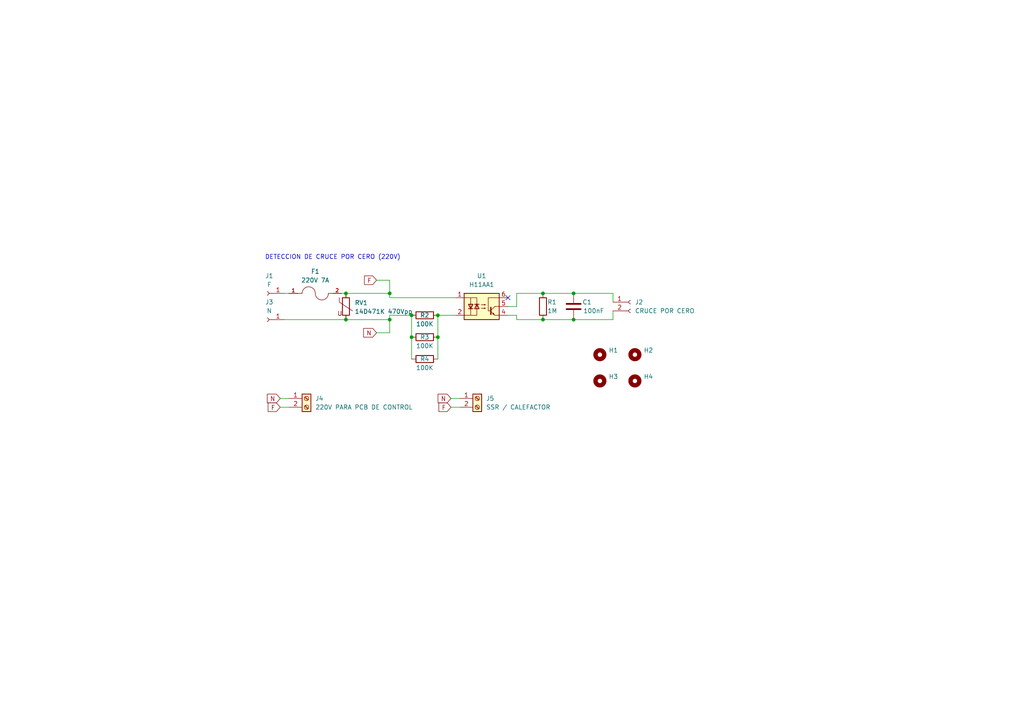
<source format=kicad_sch>
(kicad_sch
	(version 20250114)
	(generator "eeschema")
	(generator_version "9.0")
	(uuid "fb52b5cf-6b76-427d-ab4e-8ceaa29df2ae")
	(paper "A4")
	(lib_symbols
		(symbol "Connector:Conn_01x01_Socket"
			(pin_names
				(offset 1.016)
				(hide yes)
			)
			(exclude_from_sim no)
			(in_bom yes)
			(on_board yes)
			(property "Reference" "J"
				(at 0 2.54 0)
				(effects
					(font
						(size 1.27 1.27)
					)
				)
			)
			(property "Value" "Conn_01x01_Socket"
				(at 0 -2.54 0)
				(effects
					(font
						(size 1.27 1.27)
					)
				)
			)
			(property "Footprint" ""
				(at 0 0 0)
				(effects
					(font
						(size 1.27 1.27)
					)
					(hide yes)
				)
			)
			(property "Datasheet" "~"
				(at 0 0 0)
				(effects
					(font
						(size 1.27 1.27)
					)
					(hide yes)
				)
			)
			(property "Description" "Generic connector, single row, 01x01, script generated"
				(at 0 0 0)
				(effects
					(font
						(size 1.27 1.27)
					)
					(hide yes)
				)
			)
			(property "ki_locked" ""
				(at 0 0 0)
				(effects
					(font
						(size 1.27 1.27)
					)
				)
			)
			(property "ki_keywords" "connector"
				(at 0 0 0)
				(effects
					(font
						(size 1.27 1.27)
					)
					(hide yes)
				)
			)
			(property "ki_fp_filters" "Connector*:*_1x??_*"
				(at 0 0 0)
				(effects
					(font
						(size 1.27 1.27)
					)
					(hide yes)
				)
			)
			(symbol "Conn_01x01_Socket_1_1"
				(polyline
					(pts
						(xy -1.27 0) (xy -0.508 0)
					)
					(stroke
						(width 0.1524)
						(type default)
					)
					(fill
						(type none)
					)
				)
				(arc
					(start 0 -0.508)
					(mid -0.5058 0)
					(end 0 0.508)
					(stroke
						(width 0.1524)
						(type default)
					)
					(fill
						(type none)
					)
				)
				(pin passive line
					(at -5.08 0 0)
					(length 3.81)
					(name "Pin_1"
						(effects
							(font
								(size 1.27 1.27)
							)
						)
					)
					(number "1"
						(effects
							(font
								(size 1.27 1.27)
							)
						)
					)
				)
			)
			(embedded_fonts no)
		)
		(symbol "Connector:Conn_01x02_Socket"
			(pin_names
				(offset 1.016)
				(hide yes)
			)
			(exclude_from_sim no)
			(in_bom yes)
			(on_board yes)
			(property "Reference" "J"
				(at 0 2.54 0)
				(effects
					(font
						(size 1.27 1.27)
					)
				)
			)
			(property "Value" "Conn_01x02_Socket"
				(at 0 -5.08 0)
				(effects
					(font
						(size 1.27 1.27)
					)
				)
			)
			(property "Footprint" ""
				(at 0 0 0)
				(effects
					(font
						(size 1.27 1.27)
					)
					(hide yes)
				)
			)
			(property "Datasheet" "~"
				(at 0 0 0)
				(effects
					(font
						(size 1.27 1.27)
					)
					(hide yes)
				)
			)
			(property "Description" "Generic connector, single row, 01x02, script generated"
				(at 0 0 0)
				(effects
					(font
						(size 1.27 1.27)
					)
					(hide yes)
				)
			)
			(property "ki_locked" ""
				(at 0 0 0)
				(effects
					(font
						(size 1.27 1.27)
					)
				)
			)
			(property "ki_keywords" "connector"
				(at 0 0 0)
				(effects
					(font
						(size 1.27 1.27)
					)
					(hide yes)
				)
			)
			(property "ki_fp_filters" "Connector*:*_1x??_*"
				(at 0 0 0)
				(effects
					(font
						(size 1.27 1.27)
					)
					(hide yes)
				)
			)
			(symbol "Conn_01x02_Socket_1_1"
				(polyline
					(pts
						(xy -1.27 0) (xy -0.508 0)
					)
					(stroke
						(width 0.1524)
						(type default)
					)
					(fill
						(type none)
					)
				)
				(polyline
					(pts
						(xy -1.27 -2.54) (xy -0.508 -2.54)
					)
					(stroke
						(width 0.1524)
						(type default)
					)
					(fill
						(type none)
					)
				)
				(arc
					(start 0 -0.508)
					(mid -0.5058 0)
					(end 0 0.508)
					(stroke
						(width 0.1524)
						(type default)
					)
					(fill
						(type none)
					)
				)
				(arc
					(start 0 -3.048)
					(mid -0.5058 -2.54)
					(end 0 -2.032)
					(stroke
						(width 0.1524)
						(type default)
					)
					(fill
						(type none)
					)
				)
				(pin passive line
					(at -5.08 0 0)
					(length 3.81)
					(name "Pin_1"
						(effects
							(font
								(size 1.27 1.27)
							)
						)
					)
					(number "1"
						(effects
							(font
								(size 1.27 1.27)
							)
						)
					)
				)
				(pin passive line
					(at -5.08 -2.54 0)
					(length 3.81)
					(name "Pin_2"
						(effects
							(font
								(size 1.27 1.27)
							)
						)
					)
					(number "2"
						(effects
							(font
								(size 1.27 1.27)
							)
						)
					)
				)
			)
			(embedded_fonts no)
		)
		(symbol "Connector:Screw_Terminal_01x02"
			(pin_names
				(offset 1.016)
				(hide yes)
			)
			(exclude_from_sim no)
			(in_bom yes)
			(on_board yes)
			(property "Reference" "J"
				(at 0 2.54 0)
				(effects
					(font
						(size 1.27 1.27)
					)
				)
			)
			(property "Value" "Screw_Terminal_01x02"
				(at 0 -5.08 0)
				(effects
					(font
						(size 1.27 1.27)
					)
				)
			)
			(property "Footprint" ""
				(at 0 0 0)
				(effects
					(font
						(size 1.27 1.27)
					)
					(hide yes)
				)
			)
			(property "Datasheet" "~"
				(at 0 0 0)
				(effects
					(font
						(size 1.27 1.27)
					)
					(hide yes)
				)
			)
			(property "Description" "Generic screw terminal, single row, 01x02, script generated (kicad-library-utils/schlib/autogen/connector/)"
				(at 0 0 0)
				(effects
					(font
						(size 1.27 1.27)
					)
					(hide yes)
				)
			)
			(property "ki_keywords" "screw terminal"
				(at 0 0 0)
				(effects
					(font
						(size 1.27 1.27)
					)
					(hide yes)
				)
			)
			(property "ki_fp_filters" "TerminalBlock*:*"
				(at 0 0 0)
				(effects
					(font
						(size 1.27 1.27)
					)
					(hide yes)
				)
			)
			(symbol "Screw_Terminal_01x02_1_1"
				(rectangle
					(start -1.27 1.27)
					(end 1.27 -3.81)
					(stroke
						(width 0.254)
						(type default)
					)
					(fill
						(type background)
					)
				)
				(polyline
					(pts
						(xy -0.5334 0.3302) (xy 0.3302 -0.508)
					)
					(stroke
						(width 0.1524)
						(type default)
					)
					(fill
						(type none)
					)
				)
				(polyline
					(pts
						(xy -0.5334 -2.2098) (xy 0.3302 -3.048)
					)
					(stroke
						(width 0.1524)
						(type default)
					)
					(fill
						(type none)
					)
				)
				(polyline
					(pts
						(xy -0.3556 0.508) (xy 0.508 -0.3302)
					)
					(stroke
						(width 0.1524)
						(type default)
					)
					(fill
						(type none)
					)
				)
				(polyline
					(pts
						(xy -0.3556 -2.032) (xy 0.508 -2.8702)
					)
					(stroke
						(width 0.1524)
						(type default)
					)
					(fill
						(type none)
					)
				)
				(circle
					(center 0 0)
					(radius 0.635)
					(stroke
						(width 0.1524)
						(type default)
					)
					(fill
						(type none)
					)
				)
				(circle
					(center 0 -2.54)
					(radius 0.635)
					(stroke
						(width 0.1524)
						(type default)
					)
					(fill
						(type none)
					)
				)
				(pin passive line
					(at -5.08 0 0)
					(length 3.81)
					(name "Pin_1"
						(effects
							(font
								(size 1.27 1.27)
							)
						)
					)
					(number "1"
						(effects
							(font
								(size 1.27 1.27)
							)
						)
					)
				)
				(pin passive line
					(at -5.08 -2.54 0)
					(length 3.81)
					(name "Pin_2"
						(effects
							(font
								(size 1.27 1.27)
							)
						)
					)
					(number "2"
						(effects
							(font
								(size 1.27 1.27)
							)
						)
					)
				)
			)
			(embedded_fonts no)
		)
		(symbol "Device:C"
			(pin_numbers
				(hide yes)
			)
			(pin_names
				(offset 0.254)
			)
			(exclude_from_sim no)
			(in_bom yes)
			(on_board yes)
			(property "Reference" "C"
				(at 0.635 2.54 0)
				(effects
					(font
						(size 1.27 1.27)
					)
					(justify left)
				)
			)
			(property "Value" "C"
				(at 0.635 -2.54 0)
				(effects
					(font
						(size 1.27 1.27)
					)
					(justify left)
				)
			)
			(property "Footprint" ""
				(at 0.9652 -3.81 0)
				(effects
					(font
						(size 1.27 1.27)
					)
					(hide yes)
				)
			)
			(property "Datasheet" "~"
				(at 0 0 0)
				(effects
					(font
						(size 1.27 1.27)
					)
					(hide yes)
				)
			)
			(property "Description" "Unpolarized capacitor"
				(at 0 0 0)
				(effects
					(font
						(size 1.27 1.27)
					)
					(hide yes)
				)
			)
			(property "ki_keywords" "cap capacitor"
				(at 0 0 0)
				(effects
					(font
						(size 1.27 1.27)
					)
					(hide yes)
				)
			)
			(property "ki_fp_filters" "C_*"
				(at 0 0 0)
				(effects
					(font
						(size 1.27 1.27)
					)
					(hide yes)
				)
			)
			(symbol "C_0_1"
				(polyline
					(pts
						(xy -2.032 0.762) (xy 2.032 0.762)
					)
					(stroke
						(width 0.508)
						(type default)
					)
					(fill
						(type none)
					)
				)
				(polyline
					(pts
						(xy -2.032 -0.762) (xy 2.032 -0.762)
					)
					(stroke
						(width 0.508)
						(type default)
					)
					(fill
						(type none)
					)
				)
			)
			(symbol "C_1_1"
				(pin passive line
					(at 0 3.81 270)
					(length 2.794)
					(name "~"
						(effects
							(font
								(size 1.27 1.27)
							)
						)
					)
					(number "1"
						(effects
							(font
								(size 1.27 1.27)
							)
						)
					)
				)
				(pin passive line
					(at 0 -3.81 90)
					(length 2.794)
					(name "~"
						(effects
							(font
								(size 1.27 1.27)
							)
						)
					)
					(number "2"
						(effects
							(font
								(size 1.27 1.27)
							)
						)
					)
				)
			)
			(embedded_fonts no)
		)
		(symbol "Device:R"
			(pin_numbers
				(hide yes)
			)
			(pin_names
				(offset 0)
			)
			(exclude_from_sim no)
			(in_bom yes)
			(on_board yes)
			(property "Reference" "R"
				(at 2.032 0 90)
				(effects
					(font
						(size 1.27 1.27)
					)
				)
			)
			(property "Value" "R"
				(at 0 0 90)
				(effects
					(font
						(size 1.27 1.27)
					)
				)
			)
			(property "Footprint" ""
				(at -1.778 0 90)
				(effects
					(font
						(size 1.27 1.27)
					)
					(hide yes)
				)
			)
			(property "Datasheet" "~"
				(at 0 0 0)
				(effects
					(font
						(size 1.27 1.27)
					)
					(hide yes)
				)
			)
			(property "Description" "Resistor"
				(at 0 0 0)
				(effects
					(font
						(size 1.27 1.27)
					)
					(hide yes)
				)
			)
			(property "ki_keywords" "R res resistor"
				(at 0 0 0)
				(effects
					(font
						(size 1.27 1.27)
					)
					(hide yes)
				)
			)
			(property "ki_fp_filters" "R_*"
				(at 0 0 0)
				(effects
					(font
						(size 1.27 1.27)
					)
					(hide yes)
				)
			)
			(symbol "R_0_1"
				(rectangle
					(start -1.016 -2.54)
					(end 1.016 2.54)
					(stroke
						(width 0.254)
						(type default)
					)
					(fill
						(type none)
					)
				)
			)
			(symbol "R_1_1"
				(pin passive line
					(at 0 3.81 270)
					(length 1.27)
					(name "~"
						(effects
							(font
								(size 1.27 1.27)
							)
						)
					)
					(number "1"
						(effects
							(font
								(size 1.27 1.27)
							)
						)
					)
				)
				(pin passive line
					(at 0 -3.81 90)
					(length 1.27)
					(name "~"
						(effects
							(font
								(size 1.27 1.27)
							)
						)
					)
					(number "2"
						(effects
							(font
								(size 1.27 1.27)
							)
						)
					)
				)
			)
			(embedded_fonts no)
		)
		(symbol "Device:Varistor"
			(pin_numbers
				(hide yes)
			)
			(pin_names
				(offset 0)
			)
			(exclude_from_sim no)
			(in_bom yes)
			(on_board yes)
			(property "Reference" "RV"
				(at 3.175 0 90)
				(effects
					(font
						(size 1.27 1.27)
					)
				)
			)
			(property "Value" "Varistor"
				(at -3.175 0 90)
				(effects
					(font
						(size 1.27 1.27)
					)
				)
			)
			(property "Footprint" ""
				(at -1.778 0 90)
				(effects
					(font
						(size 1.27 1.27)
					)
					(hide yes)
				)
			)
			(property "Datasheet" "~"
				(at 0 0 0)
				(effects
					(font
						(size 1.27 1.27)
					)
					(hide yes)
				)
			)
			(property "Description" "Voltage dependent resistor"
				(at 0 0 0)
				(effects
					(font
						(size 1.27 1.27)
					)
					(hide yes)
				)
			)
			(property "Sim.Name" "kicad_builtin_varistor"
				(at 0 0 0)
				(effects
					(font
						(size 1.27 1.27)
					)
					(hide yes)
				)
			)
			(property "Sim.Device" "SUBCKT"
				(at 0 0 0)
				(effects
					(font
						(size 1.27 1.27)
					)
					(hide yes)
				)
			)
			(property "Sim.Pins" "1=A 2=B"
				(at 0 0 0)
				(effects
					(font
						(size 1.27 1.27)
					)
					(hide yes)
				)
			)
			(property "Sim.Params" "threshold=1k"
				(at 0 0 0)
				(effects
					(font
						(size 1.27 1.27)
					)
					(hide yes)
				)
			)
			(property "Sim.Library" "${KICAD9_SYMBOL_DIR}/Simulation_SPICE.sp"
				(at 0 0 0)
				(effects
					(font
						(size 1.27 1.27)
					)
					(hide yes)
				)
			)
			(property "ki_keywords" "VDR resistance"
				(at 0 0 0)
				(effects
					(font
						(size 1.27 1.27)
					)
					(hide yes)
				)
			)
			(property "ki_fp_filters" "RV_* Varistor*"
				(at 0 0 0)
				(effects
					(font
						(size 1.27 1.27)
					)
					(hide yes)
				)
			)
			(symbol "Varistor_0_0"
				(text "U"
					(at -1.778 -2.032 0)
					(effects
						(font
							(size 1.27 1.27)
						)
					)
				)
			)
			(symbol "Varistor_0_1"
				(polyline
					(pts
						(xy -1.905 2.54) (xy -1.905 1.27) (xy 1.905 -1.27)
					)
					(stroke
						(width 0)
						(type default)
					)
					(fill
						(type none)
					)
				)
				(rectangle
					(start -1.016 -2.54)
					(end 1.016 2.54)
					(stroke
						(width 0.254)
						(type default)
					)
					(fill
						(type none)
					)
				)
			)
			(symbol "Varistor_1_1"
				(pin passive line
					(at 0 3.81 270)
					(length 1.27)
					(name "~"
						(effects
							(font
								(size 1.27 1.27)
							)
						)
					)
					(number "1"
						(effects
							(font
								(size 1.27 1.27)
							)
						)
					)
				)
				(pin passive line
					(at 0 -3.81 90)
					(length 1.27)
					(name "~"
						(effects
							(font
								(size 1.27 1.27)
							)
						)
					)
					(number "2"
						(effects
							(font
								(size 1.27 1.27)
							)
						)
					)
				)
			)
			(embedded_fonts no)
		)
		(symbol "Isolator:H11AA1"
			(exclude_from_sim no)
			(in_bom yes)
			(on_board yes)
			(property "Reference" "U"
				(at -5.334 4.953 0)
				(effects
					(font
						(size 1.27 1.27)
					)
					(justify left)
				)
			)
			(property "Value" "H11AA1"
				(at 0.635 4.953 0)
				(effects
					(font
						(size 1.27 1.27)
					)
					(justify left)
				)
			)
			(property "Footprint" "Package_DIP:DIP-6_W7.62mm"
				(at -12.446 -4.953 0)
				(effects
					(font
						(size 1.27 1.27)
						(italic yes)
					)
					(justify left)
					(hide yes)
				)
			)
			(property "Datasheet" "https://www.vishay.com/docs/83608/h11aa1.pdf"
				(at 19.304 16.002 0)
				(effects
					(font
						(size 1.27 1.27)
					)
					(justify left)
					(hide yes)
				)
			)
			(property "Description" "AC/DC NPN Optocoupler, DIP-6"
				(at 0 0 0)
				(effects
					(font
						(size 1.27 1.27)
					)
					(hide yes)
				)
			)
			(property "ki_keywords" "NPN AC DC Optocoupler"
				(at 0 0 0)
				(effects
					(font
						(size 1.27 1.27)
					)
					(hide yes)
				)
			)
			(property "ki_fp_filters" "DIP*W7.62mm*"
				(at 0 0 0)
				(effects
					(font
						(size 1.27 1.27)
					)
					(hide yes)
				)
			)
			(symbol "H11AA1_0_1"
				(polyline
					(pts
						(xy -2.032 0.635) (xy -0.762 0.635)
					)
					(stroke
						(width 0.254)
						(type default)
					)
					(fill
						(type none)
					)
				)
				(polyline
					(pts
						(xy -1.397 2.54) (xy -3.175 2.54)
					)
					(stroke
						(width 0.1524)
						(type default)
					)
					(fill
						(type none)
					)
				)
				(polyline
					(pts
						(xy -1.397 0.635) (xy -1.397 2.54)
					)
					(stroke
						(width 0)
						(type default)
					)
					(fill
						(type none)
					)
				)
				(polyline
					(pts
						(xy -1.397 0.635) (xy -1.397 -0.635)
					)
					(stroke
						(width 0)
						(type default)
					)
					(fill
						(type none)
					)
				)
				(polyline
					(pts
						(xy -1.397 0.635) (xy -2.032 -0.635) (xy -0.762 -0.635) (xy -1.397 0.635)
					)
					(stroke
						(width 0.254)
						(type default)
					)
					(fill
						(type none)
					)
				)
				(polyline
					(pts
						(xy -1.397 -0.635) (xy -1.397 -2.54)
					)
					(stroke
						(width 0)
						(type default)
					)
					(fill
						(type none)
					)
				)
				(polyline
					(pts
						(xy -1.397 -2.54) (xy -3.175 -2.54)
					)
					(stroke
						(width 0.1524)
						(type default)
					)
					(fill
						(type none)
					)
				)
			)
			(symbol "H11AA1_1_1"
				(rectangle
					(start -5.08 3.81)
					(end 5.08 -3.81)
					(stroke
						(width 0.254)
						(type default)
					)
					(fill
						(type background)
					)
				)
				(polyline
					(pts
						(xy -5.08 -2.54) (xy -3.175 -2.54) (xy -3.175 2.54) (xy -5.08 2.54)
					)
					(stroke
						(width 0)
						(type default)
					)
					(fill
						(type none)
					)
				)
				(polyline
					(pts
						(xy -3.81 -0.635) (xy -2.54 -0.635)
					)
					(stroke
						(width 0.254)
						(type default)
					)
					(fill
						(type none)
					)
				)
				(polyline
					(pts
						(xy -3.175 -0.635) (xy -3.81 0.635) (xy -2.54 0.635) (xy -3.175 -0.635)
					)
					(stroke
						(width 0.254)
						(type default)
					)
					(fill
						(type none)
					)
				)
				(polyline
					(pts
						(xy -0.127 0.508) (xy 1.143 0.508) (xy 0.762 0.381) (xy 0.762 0.635) (xy 1.143 0.508)
					)
					(stroke
						(width 0)
						(type default)
					)
					(fill
						(type none)
					)
				)
				(polyline
					(pts
						(xy -0.127 -0.508) (xy 1.143 -0.508) (xy 0.762 -0.635) (xy 0.762 -0.381) (xy 1.143 -0.508)
					)
					(stroke
						(width 0)
						(type default)
					)
					(fill
						(type none)
					)
				)
				(polyline
					(pts
						(xy 2.667 -0.254) (xy 2.667 -2.286) (xy 2.667 -2.286)
					)
					(stroke
						(width 0.3556)
						(type default)
					)
					(fill
						(type none)
					)
				)
				(polyline
					(pts
						(xy 2.667 -1.143) (xy 3.81 0)
					)
					(stroke
						(width 0)
						(type default)
					)
					(fill
						(type none)
					)
				)
				(polyline
					(pts
						(xy 2.667 -1.397) (xy 3.81 -2.54)
					)
					(stroke
						(width 0)
						(type default)
					)
					(fill
						(type none)
					)
				)
				(polyline
					(pts
						(xy 3.683 -2.413) (xy 3.429 -1.905) (xy 3.175 -2.159) (xy 3.683 -2.413)
					)
					(stroke
						(width 0)
						(type default)
					)
					(fill
						(type none)
					)
				)
				(polyline
					(pts
						(xy 3.81 0) (xy 5.08 0)
					)
					(stroke
						(width 0)
						(type default)
					)
					(fill
						(type none)
					)
				)
				(polyline
					(pts
						(xy 3.81 -2.54) (xy 5.08 -2.54)
					)
					(stroke
						(width 0)
						(type default)
					)
					(fill
						(type none)
					)
				)
				(polyline
					(pts
						(xy 5.08 2.54) (xy 1.905 2.54) (xy 1.905 -1.27) (xy 2.54 -1.27)
					)
					(stroke
						(width 0)
						(type default)
					)
					(fill
						(type none)
					)
				)
				(pin passive line
					(at -7.62 2.54 0)
					(length 2.54)
					(name "~"
						(effects
							(font
								(size 1.27 1.27)
							)
						)
					)
					(number "1"
						(effects
							(font
								(size 1.27 1.27)
							)
						)
					)
				)
				(pin passive line
					(at -7.62 -2.54 0)
					(length 2.54)
					(name "~"
						(effects
							(font
								(size 1.27 1.27)
							)
						)
					)
					(number "2"
						(effects
							(font
								(size 1.27 1.27)
							)
						)
					)
				)
				(pin no_connect line
					(at -5.08 0 0)
					(length 2.54)
					(hide yes)
					(name "NC"
						(effects
							(font
								(size 1.27 1.27)
							)
						)
					)
					(number "3"
						(effects
							(font
								(size 1.27 1.27)
							)
						)
					)
				)
				(pin passive line
					(at 7.62 2.54 180)
					(length 2.54)
					(name "~"
						(effects
							(font
								(size 1.27 1.27)
							)
						)
					)
					(number "6"
						(effects
							(font
								(size 1.27 1.27)
							)
						)
					)
				)
				(pin passive line
					(at 7.62 0 180)
					(length 2.54)
					(name "~"
						(effects
							(font
								(size 1.27 1.27)
							)
						)
					)
					(number "5"
						(effects
							(font
								(size 1.27 1.27)
							)
						)
					)
				)
				(pin passive line
					(at 7.62 -2.54 180)
					(length 2.54)
					(name "~"
						(effects
							(font
								(size 1.27 1.27)
							)
						)
					)
					(number "4"
						(effects
							(font
								(size 1.27 1.27)
							)
						)
					)
				)
			)
			(embedded_fonts no)
		)
		(symbol "Mechanical:MountingHole"
			(pin_names
				(offset 1.016)
			)
			(exclude_from_sim no)
			(in_bom no)
			(on_board yes)
			(property "Reference" "H"
				(at 0 5.08 0)
				(effects
					(font
						(size 1.27 1.27)
					)
				)
			)
			(property "Value" "MountingHole"
				(at 0 3.175 0)
				(effects
					(font
						(size 1.27 1.27)
					)
				)
			)
			(property "Footprint" ""
				(at 0 0 0)
				(effects
					(font
						(size 1.27 1.27)
					)
					(hide yes)
				)
			)
			(property "Datasheet" "~"
				(at 0 0 0)
				(effects
					(font
						(size 1.27 1.27)
					)
					(hide yes)
				)
			)
			(property "Description" "Mounting Hole without connection"
				(at 0 0 0)
				(effects
					(font
						(size 1.27 1.27)
					)
					(hide yes)
				)
			)
			(property "ki_keywords" "mounting hole"
				(at 0 0 0)
				(effects
					(font
						(size 1.27 1.27)
					)
					(hide yes)
				)
			)
			(property "ki_fp_filters" "MountingHole*"
				(at 0 0 0)
				(effects
					(font
						(size 1.27 1.27)
					)
					(hide yes)
				)
			)
			(symbol "MountingHole_0_1"
				(circle
					(center 0 0)
					(radius 1.27)
					(stroke
						(width 1.27)
						(type default)
					)
					(fill
						(type none)
					)
				)
			)
			(embedded_fonts no)
		)
		(symbol "aspimaker_lib:FUSIBLE BLX-A"
			(pin_names
				(offset 1.016)
			)
			(exclude_from_sim no)
			(in_bom yes)
			(on_board yes)
			(property "Reference" "F"
				(at -5.0823 2.5412 0)
				(effects
					(font
						(size 1.27 1.27)
					)
					(justify left bottom)
				)
			)
			(property "Value" "FUSIBLE BLX-A"
				(at -5.0875 -5.0875 0)
				(effects
					(font
						(size 1.27 1.27)
					)
					(justify left bottom)
				)
			)
			(property "Footprint" "aspimaker_lib:FUSIBLE BLX-A"
				(at 0 0 0)
				(effects
					(font
						(size 1.27 1.27)
					)
					(justify bottom)
					(hide yes)
				)
			)
			(property "Datasheet" ""
				(at 0 0 0)
				(effects
					(font
						(size 1.27 1.27)
					)
					(hide yes)
				)
			)
			(property "Description" ""
				(at 0 0 0)
				(effects
					(font
						(size 1.27 1.27)
					)
					(hide yes)
				)
			)
			(property "MF" "Keystone"
				(at 0 0 0)
				(effects
					(font
						(size 1.27 1.27)
					)
					(justify bottom)
					(hide yes)
				)
			)
			(property "MAXIMUM_PACKAGE_HEIGHT" "10.8mm"
				(at 0 0 0)
				(effects
					(font
						(size 1.27 1.27)
					)
					(justify bottom)
					(hide yes)
				)
			)
			(property "Package" "None"
				(at 0 0 0)
				(effects
					(font
						(size 1.27 1.27)
					)
					(justify bottom)
					(hide yes)
				)
			)
			(property "Price" "None"
				(at 0 0 0)
				(effects
					(font
						(size 1.27 1.27)
					)
					(justify bottom)
					(hide yes)
				)
			)
			(property "Check_prices" "https://www.snapeda.com/parts/4527/Keystone/view-part/?ref=eda"
				(at 0 0 0)
				(effects
					(font
						(size 1.27 1.27)
					)
					(justify bottom)
					(hide yes)
				)
			)
			(property "STANDARD" "Manufacturer Recommendations"
				(at 0 0 0)
				(effects
					(font
						(size 1.27 1.27)
					)
					(justify bottom)
					(hide yes)
				)
			)
			(property "PARTREV" "B"
				(at 0 0 0)
				(effects
					(font
						(size 1.27 1.27)
					)
					(justify bottom)
					(hide yes)
				)
			)
			(property "SnapEDA_Link" "https://www.snapeda.com/parts/4527/Keystone/view-part/?ref=snap"
				(at 0 0 0)
				(effects
					(font
						(size 1.27 1.27)
					)
					(justify bottom)
					(hide yes)
				)
			)
			(property "MP" "4527"
				(at 0 0 0)
				(effects
					(font
						(size 1.27 1.27)
					)
					(justify bottom)
					(hide yes)
				)
			)
			(property "Description_1" "5mm Low Profile Holder"
				(at 0 0 0)
				(effects
					(font
						(size 1.27 1.27)
					)
					(justify bottom)
					(hide yes)
				)
			)
			(property "MANUFACTURER" "Keystone"
				(at 0 0 0)
				(effects
					(font
						(size 1.27 1.27)
					)
					(justify bottom)
					(hide yes)
				)
			)
			(property "Availability" "In Stock"
				(at 0 0 0)
				(effects
					(font
						(size 1.27 1.27)
					)
					(justify bottom)
					(hide yes)
				)
			)
			(property "SNAPEDA_PN" "4527"
				(at 0 0 0)
				(effects
					(font
						(size 1.27 1.27)
					)
					(justify bottom)
					(hide yes)
				)
			)
			(symbol "FUSIBLE BLX-A_0_0"
				(polyline
					(pts
						(xy -5.08 0) (xy -3.81 0)
					)
					(stroke
						(width 0.1524)
						(type default)
					)
					(fill
						(type none)
					)
				)
				(arc
					(start -3.81 0)
					(mid -1.905 1.8967)
					(end 0 0)
					(stroke
						(width 0.1524)
						(type default)
					)
					(fill
						(type none)
					)
				)
				(arc
					(start 3.81 0)
					(mid 1.905 -1.8967)
					(end 0 0)
					(stroke
						(width 0.1524)
						(type default)
					)
					(fill
						(type none)
					)
				)
				(polyline
					(pts
						(xy 5.08 0) (xy 3.81 0)
					)
					(stroke
						(width 0.1524)
						(type default)
					)
					(fill
						(type none)
					)
				)
				(pin passive line
					(at -7.62 0 0)
					(length 2.54)
					(name "~"
						(effects
							(font
								(size 1.016 1.016)
							)
						)
					)
					(number "1"
						(effects
							(font
								(size 1.016 1.016)
							)
						)
					)
				)
				(pin passive line
					(at 7.62 0 180)
					(length 2.54)
					(name "~"
						(effects
							(font
								(size 1.016 1.016)
							)
						)
					)
					(number "2"
						(effects
							(font
								(size 1.016 1.016)
							)
						)
					)
				)
			)
			(embedded_fonts no)
		)
	)
	(text "DETECCION DE CRUCE POR CERO (220V)\n"
		(exclude_from_sim no)
		(at 96.52 74.676 0)
		(effects
			(font
				(size 1.27 1.27)
			)
		)
		(uuid "77514881-5c9e-4ebc-8af8-3e7fd7242eab")
	)
	(junction
		(at 127 97.79)
		(diameter 0)
		(color 0 0 0 0)
		(uuid "1ae66107-cf6c-4baa-8e43-053ebe1a7d05")
	)
	(junction
		(at 166.37 85.09)
		(diameter 0)
		(color 0 0 0 0)
		(uuid "3c4cf212-2a86-4834-a9d8-62daf5945584")
	)
	(junction
		(at 119.38 91.44)
		(diameter 0)
		(color 0 0 0 0)
		(uuid "3c839ff2-42cf-47ef-b9a9-3eaa8d798cb8")
	)
	(junction
		(at 100.33 92.71)
		(diameter 0)
		(color 0 0 0 0)
		(uuid "53e4ad1f-ff5c-40f5-bec6-fab08dfe6714")
	)
	(junction
		(at 119.38 97.79)
		(diameter 0)
		(color 0 0 0 0)
		(uuid "56242e61-9c75-44f0-b4b6-e4b4eca0f2c4")
	)
	(junction
		(at 113.03 85.09)
		(diameter 0)
		(color 0 0 0 0)
		(uuid "5bfb675d-795d-4297-bf65-46c1d7bbbd5e")
	)
	(junction
		(at 127 91.44)
		(diameter 0)
		(color 0 0 0 0)
		(uuid "6d2a4d7a-363b-44c6-8659-e4eaa5923c6a")
	)
	(junction
		(at 157.48 85.09)
		(diameter 0)
		(color 0 0 0 0)
		(uuid "9d1032ac-2ead-421e-a979-7d4a65c23f7b")
	)
	(junction
		(at 157.48 92.71)
		(diameter 0)
		(color 0 0 0 0)
		(uuid "a19a5014-9f06-4d83-8f63-b36711a9a137")
	)
	(junction
		(at 113.03 92.71)
		(diameter 0)
		(color 0 0 0 0)
		(uuid "d9e3d33f-ac6c-4b69-a4ac-4a17a330ffa1")
	)
	(junction
		(at 100.33 85.09)
		(diameter 0)
		(color 0 0 0 0)
		(uuid "daa6eb26-e0fe-4a38-a44f-f89b4f9bed76")
	)
	(junction
		(at 166.37 92.71)
		(diameter 0)
		(color 0 0 0 0)
		(uuid "f6c6aeaa-fb95-439b-8088-1273cb4f4ba5")
	)
	(no_connect
		(at 147.32 86.36)
		(uuid "2a4bdede-ec35-4bcd-a563-87255fcd198a")
	)
	(wire
		(pts
			(xy 81.28 115.57) (xy 83.82 115.57)
		)
		(stroke
			(width 0)
			(type default)
		)
		(uuid "0a87d96b-dc41-492d-9506-de851fa736e2")
	)
	(wire
		(pts
			(xy 119.38 97.79) (xy 119.38 104.14)
		)
		(stroke
			(width 0)
			(type default)
		)
		(uuid "0e7e865c-2cea-4ca9-9a93-837d1d550133")
	)
	(wire
		(pts
			(xy 81.28 118.11) (xy 83.82 118.11)
		)
		(stroke
			(width 0)
			(type default)
		)
		(uuid "118e4efa-e822-47f8-9fbc-9bf6fab0b93e")
	)
	(wire
		(pts
			(xy 109.22 96.52) (xy 113.03 96.52)
		)
		(stroke
			(width 0)
			(type default)
		)
		(uuid "17a52c3f-db23-4627-82f9-c276e6c4ab94")
	)
	(wire
		(pts
			(xy 177.8 85.09) (xy 177.8 87.63)
		)
		(stroke
			(width 0)
			(type default)
		)
		(uuid "19182682-3339-499a-864f-bcd75e8ebf1f")
	)
	(wire
		(pts
			(xy 100.33 92.71) (xy 113.03 92.71)
		)
		(stroke
			(width 0)
			(type default)
		)
		(uuid "20f0b9db-62c5-4119-b261-3a5d78cb7415")
	)
	(wire
		(pts
			(xy 149.86 91.44) (xy 147.32 91.44)
		)
		(stroke
			(width 0)
			(type default)
		)
		(uuid "23b7906d-5f21-4981-8d64-52467903e0cc")
	)
	(wire
		(pts
			(xy 127 97.79) (xy 127 104.14)
		)
		(stroke
			(width 0)
			(type default)
		)
		(uuid "25a02988-5ab3-425d-8876-de40fe87a070")
	)
	(wire
		(pts
			(xy 82.55 92.71) (xy 100.33 92.71)
		)
		(stroke
			(width 0)
			(type default)
		)
		(uuid "2bb877a1-3cc8-4579-b48c-d10549167692")
	)
	(wire
		(pts
			(xy 149.86 91.44) (xy 149.86 92.71)
		)
		(stroke
			(width 0)
			(type default)
		)
		(uuid "3c496395-f987-40fa-9f7e-8da6b76273e4")
	)
	(wire
		(pts
			(xy 99.06 85.09) (xy 100.33 85.09)
		)
		(stroke
			(width 0)
			(type default)
		)
		(uuid "431887c0-b340-4337-8a3b-fdccb7012e01")
	)
	(wire
		(pts
			(xy 113.03 86.36) (xy 132.08 86.36)
		)
		(stroke
			(width 0)
			(type default)
		)
		(uuid "49e94e58-ff14-4002-971e-4d4e5b3c06c9")
	)
	(wire
		(pts
			(xy 82.55 85.09) (xy 83.82 85.09)
		)
		(stroke
			(width 0)
			(type default)
		)
		(uuid "4cd1fa53-a2a3-4f76-a91d-c456c525fd2a")
	)
	(wire
		(pts
			(xy 157.48 85.09) (xy 166.37 85.09)
		)
		(stroke
			(width 0)
			(type default)
		)
		(uuid "526c052e-e083-4a2d-9ebc-39c1989c980e")
	)
	(wire
		(pts
			(xy 130.81 115.57) (xy 133.35 115.57)
		)
		(stroke
			(width 0)
			(type default)
		)
		(uuid "52f38c54-8105-4a42-9a3c-e7e3e618eef9")
	)
	(wire
		(pts
			(xy 100.33 85.09) (xy 113.03 85.09)
		)
		(stroke
			(width 0)
			(type default)
		)
		(uuid "65a1ee68-daaa-4cd2-bd3f-7f19d689111a")
	)
	(wire
		(pts
			(xy 113.03 86.36) (xy 113.03 85.09)
		)
		(stroke
			(width 0)
			(type default)
		)
		(uuid "6f45d635-9f79-4654-9446-a13248c9b65b")
	)
	(wire
		(pts
			(xy 113.03 91.44) (xy 119.38 91.44)
		)
		(stroke
			(width 0)
			(type default)
		)
		(uuid "8135fc78-cc20-4375-8c0a-f9012066ba81")
	)
	(wire
		(pts
			(xy 149.86 88.9) (xy 149.86 85.09)
		)
		(stroke
			(width 0)
			(type default)
		)
		(uuid "8213c15d-94a7-4f43-a340-b3b58a73cccf")
	)
	(wire
		(pts
			(xy 149.86 92.71) (xy 157.48 92.71)
		)
		(stroke
			(width 0)
			(type default)
		)
		(uuid "83c0b057-f060-462f-95f0-7809a4b12804")
	)
	(wire
		(pts
			(xy 113.03 91.44) (xy 113.03 92.71)
		)
		(stroke
			(width 0)
			(type default)
		)
		(uuid "84e279db-9934-4da9-9760-b3dd3296fa06")
	)
	(wire
		(pts
			(xy 130.81 118.11) (xy 133.35 118.11)
		)
		(stroke
			(width 0)
			(type default)
		)
		(uuid "8529a056-74a4-484c-b321-6131311bed94")
	)
	(wire
		(pts
			(xy 127 91.44) (xy 132.08 91.44)
		)
		(stroke
			(width 0)
			(type default)
		)
		(uuid "85b4b204-abdb-47bf-af14-f8c8e2285bb0")
	)
	(wire
		(pts
			(xy 166.37 92.71) (xy 177.8 92.71)
		)
		(stroke
			(width 0)
			(type default)
		)
		(uuid "87dd242a-4814-494b-a6c1-30d79fdc382d")
	)
	(wire
		(pts
			(xy 147.32 88.9) (xy 149.86 88.9)
		)
		(stroke
			(width 0)
			(type default)
		)
		(uuid "93da8f64-c093-4118-8449-a155d3320641")
	)
	(wire
		(pts
			(xy 109.22 81.28) (xy 113.03 81.28)
		)
		(stroke
			(width 0)
			(type default)
		)
		(uuid "97dd0c7f-b82f-4266-b8ef-cea6c752b901")
	)
	(wire
		(pts
			(xy 119.38 91.44) (xy 119.38 97.79)
		)
		(stroke
			(width 0)
			(type default)
		)
		(uuid "a283a5b9-38ad-4a85-ab6a-c31a355b65d6")
	)
	(wire
		(pts
			(xy 177.8 90.17) (xy 177.8 92.71)
		)
		(stroke
			(width 0)
			(type default)
		)
		(uuid "a5115c20-e1ef-4752-bdf7-4cfae6404d66")
	)
	(wire
		(pts
			(xy 127 91.44) (xy 127 97.79)
		)
		(stroke
			(width 0)
			(type default)
		)
		(uuid "a884db7d-f90b-4322-a847-14655e7251d5")
	)
	(wire
		(pts
			(xy 113.03 81.28) (xy 113.03 85.09)
		)
		(stroke
			(width 0)
			(type default)
		)
		(uuid "c8d23def-58bc-4ca1-8b0f-e7d1f335c79d")
	)
	(wire
		(pts
			(xy 113.03 96.52) (xy 113.03 92.71)
		)
		(stroke
			(width 0)
			(type default)
		)
		(uuid "ca4dbc76-289a-46a5-ad6d-e6c9b4d50bc3")
	)
	(wire
		(pts
			(xy 149.86 85.09) (xy 157.48 85.09)
		)
		(stroke
			(width 0)
			(type default)
		)
		(uuid "e818494f-293f-4eaa-9595-5b76b03fa5a3")
	)
	(wire
		(pts
			(xy 157.48 92.71) (xy 166.37 92.71)
		)
		(stroke
			(width 0)
			(type default)
		)
		(uuid "edc779c8-7cf0-4827-8033-3811ec4c2d8a")
	)
	(wire
		(pts
			(xy 166.37 85.09) (xy 177.8 85.09)
		)
		(stroke
			(width 0)
			(type default)
		)
		(uuid "efe137ba-35c4-4672-9afb-55b54e27a657")
	)
	(global_label "F"
		(shape input)
		(at 130.81 118.11 180)
		(fields_autoplaced yes)
		(effects
			(font
				(size 1.27 1.27)
			)
			(justify right)
		)
		(uuid "0b9bfcdd-8d0f-48c0-9bce-6d0eca843cd5")
		(property "Intersheetrefs" "${INTERSHEET_REFS}"
			(at 126.7362 118.11 0)
			(effects
				(font
					(size 1.27 1.27)
				)
				(justify right)
				(hide yes)
			)
		)
	)
	(global_label "N"
		(shape input)
		(at 109.22 96.52 180)
		(fields_autoplaced yes)
		(effects
			(font
				(size 1.27 1.27)
			)
			(justify right)
		)
		(uuid "3476c861-a80a-4f5d-90f1-21677dc8b2a8")
		(property "Intersheetrefs" "${INTERSHEET_REFS}"
			(at 104.9043 96.52 0)
			(effects
				(font
					(size 1.27 1.27)
				)
				(justify right)
				(hide yes)
			)
		)
	)
	(global_label "N"
		(shape input)
		(at 130.81 115.57 180)
		(fields_autoplaced yes)
		(effects
			(font
				(size 1.27 1.27)
			)
			(justify right)
		)
		(uuid "5af19690-4913-4b81-85b8-5ac2f55a69eb")
		(property "Intersheetrefs" "${INTERSHEET_REFS}"
			(at 126.4943 115.57 0)
			(effects
				(font
					(size 1.27 1.27)
				)
				(justify right)
				(hide yes)
			)
		)
	)
	(global_label "N"
		(shape input)
		(at 81.28 115.57 180)
		(fields_autoplaced yes)
		(effects
			(font
				(size 1.27 1.27)
			)
			(justify right)
		)
		(uuid "5bd3216b-510e-4b6c-bd76-d9d61c3a324e")
		(property "Intersheetrefs" "${INTERSHEET_REFS}"
			(at 76.9643 115.57 0)
			(effects
				(font
					(size 1.27 1.27)
				)
				(justify right)
				(hide yes)
			)
		)
	)
	(global_label "F"
		(shape input)
		(at 81.28 118.11 180)
		(fields_autoplaced yes)
		(effects
			(font
				(size 1.27 1.27)
			)
			(justify right)
		)
		(uuid "9c9aea39-4b26-456d-8685-ae6aab53c73c")
		(property "Intersheetrefs" "${INTERSHEET_REFS}"
			(at 77.2062 118.11 0)
			(effects
				(font
					(size 1.27 1.27)
				)
				(justify right)
				(hide yes)
			)
		)
	)
	(global_label "F"
		(shape input)
		(at 109.22 81.28 180)
		(fields_autoplaced yes)
		(effects
			(font
				(size 1.27 1.27)
			)
			(justify right)
		)
		(uuid "ba855867-8ff3-48af-a7fe-79a409cc0836")
		(property "Intersheetrefs" "${INTERSHEET_REFS}"
			(at 105.1462 81.28 0)
			(effects
				(font
					(size 1.27 1.27)
				)
				(justify right)
				(hide yes)
			)
		)
	)
	(symbol
		(lib_id "aspimaker_lib:FUSIBLE BLX-A")
		(at 91.44 85.09 0)
		(unit 1)
		(exclude_from_sim no)
		(in_bom yes)
		(on_board yes)
		(dnp no)
		(fields_autoplaced yes)
		(uuid "2e10c50a-cf58-4292-9500-fb7d93ba6b2f")
		(property "Reference" "F1"
			(at 91.44 78.74 0)
			(effects
				(font
					(size 1.27 1.27)
				)
			)
		)
		(property "Value" "220V 7A"
			(at 91.44 81.28 0)
			(effects
				(font
					(size 1.27 1.27)
				)
			)
		)
		(property "Footprint" "aspimaker_lib:FUSIBLE BLX-A"
			(at 91.44 85.09 0)
			(effects
				(font
					(size 1.27 1.27)
				)
				(justify bottom)
				(hide yes)
			)
		)
		(property "Datasheet" ""
			(at 91.44 85.09 0)
			(effects
				(font
					(size 1.27 1.27)
				)
				(hide yes)
			)
		)
		(property "Description" ""
			(at 91.44 85.09 0)
			(effects
				(font
					(size 1.27 1.27)
				)
				(hide yes)
			)
		)
		(property "MF" "Keystone"
			(at 91.44 85.09 0)
			(effects
				(font
					(size 1.27 1.27)
				)
				(justify bottom)
				(hide yes)
			)
		)
		(property "MAXIMUM_PACKAGE_HEIGHT" "10.8mm"
			(at 91.44 85.09 0)
			(effects
				(font
					(size 1.27 1.27)
				)
				(justify bottom)
				(hide yes)
			)
		)
		(property "Package" "None"
			(at 91.44 85.09 0)
			(effects
				(font
					(size 1.27 1.27)
				)
				(justify bottom)
				(hide yes)
			)
		)
		(property "Price" "None"
			(at 91.44 85.09 0)
			(effects
				(font
					(size 1.27 1.27)
				)
				(justify bottom)
				(hide yes)
			)
		)
		(property "Check_prices" "https://www.snapeda.com/parts/4527/Keystone/view-part/?ref=eda"
			(at 91.44 85.09 0)
			(effects
				(font
					(size 1.27 1.27)
				)
				(justify bottom)
				(hide yes)
			)
		)
		(property "STANDARD" "Manufacturer Recommendations"
			(at 91.44 85.09 0)
			(effects
				(font
					(size 1.27 1.27)
				)
				(justify bottom)
				(hide yes)
			)
		)
		(property "PARTREV" "B"
			(at 91.44 85.09 0)
			(effects
				(font
					(size 1.27 1.27)
				)
				(justify bottom)
				(hide yes)
			)
		)
		(property "SnapEDA_Link" "https://www.snapeda.com/parts/4527/Keystone/view-part/?ref=snap"
			(at 91.44 85.09 0)
			(effects
				(font
					(size 1.27 1.27)
				)
				(justify bottom)
				(hide yes)
			)
		)
		(property "MP" "4527"
			(at 91.44 85.09 0)
			(effects
				(font
					(size 1.27 1.27)
				)
				(justify bottom)
				(hide yes)
			)
		)
		(property "Description_1" "5mm Low Profile Holder"
			(at 91.44 85.09 0)
			(effects
				(font
					(size 1.27 1.27)
				)
				(justify bottom)
				(hide yes)
			)
		)
		(property "MANUFACTURER" "Keystone"
			(at 91.44 85.09 0)
			(effects
				(font
					(size 1.27 1.27)
				)
				(justify bottom)
				(hide yes)
			)
		)
		(property "Availability" "In Stock"
			(at 91.44 85.09 0)
			(effects
				(font
					(size 1.27 1.27)
				)
				(justify bottom)
				(hide yes)
			)
		)
		(property "SNAPEDA_PN" "4527"
			(at 91.44 85.09 0)
			(effects
				(font
					(size 1.27 1.27)
				)
				(justify bottom)
				(hide yes)
			)
		)
		(pin "1"
			(uuid "7d20900a-6d11-41cc-8670-d2cae804137b")
		)
		(pin "2"
			(uuid "82f76963-1032-458e-97a4-9f6dbe5bb9cc")
		)
		(instances
			(project ""
				(path "/fb52b5cf-6b76-427d-ab4e-8ceaa29df2ae"
					(reference "F1")
					(unit 1)
				)
			)
		)
	)
	(symbol
		(lib_id "Device:R")
		(at 157.48 88.9 180)
		(unit 1)
		(exclude_from_sim no)
		(in_bom yes)
		(on_board yes)
		(dnp no)
		(uuid "5d1e6dee-27a6-4553-8314-68d4ea9e5027")
		(property "Reference" "R1"
			(at 158.75 87.63 0)
			(effects
				(font
					(size 1.27 1.27)
				)
				(justify right)
			)
		)
		(property "Value" "1M"
			(at 158.75 90.17 0)
			(effects
				(font
					(size 1.27 1.27)
				)
				(justify right)
			)
		)
		(property "Footprint" "Resistor_THT:R_Axial_DIN0204_L3.6mm_D1.6mm_P5.08mm_Horizontal"
			(at 159.258 88.9 90)
			(effects
				(font
					(size 1.27 1.27)
				)
				(hide yes)
			)
		)
		(property "Datasheet" "~"
			(at 157.48 88.9 0)
			(effects
				(font
					(size 1.27 1.27)
				)
				(hide yes)
			)
		)
		(property "Description" "Resistor"
			(at 157.48 88.9 0)
			(effects
				(font
					(size 1.27 1.27)
				)
				(hide yes)
			)
		)
		(pin "2"
			(uuid "a3e2433d-05e6-4a88-9a64-eb2513509485")
		)
		(pin "1"
			(uuid "ee6717bf-b7d6-40cf-b3a8-83d489a0ebb6")
		)
		(instances
			(project "ESTACION SMD"
				(path "/fb52b5cf-6b76-427d-ab4e-8ceaa29df2ae"
					(reference "R1")
					(unit 1)
				)
			)
		)
	)
	(symbol
		(lib_id "Mechanical:MountingHole")
		(at 184.15 110.49 0)
		(unit 1)
		(exclude_from_sim no)
		(in_bom no)
		(on_board yes)
		(dnp no)
		(fields_autoplaced yes)
		(uuid "6cf5320e-b1af-4da0-a26c-56c36708c3f6")
		(property "Reference" "H4"
			(at 186.69 109.2199 0)
			(effects
				(font
					(size 1.27 1.27)
				)
				(justify left)
			)
		)
		(property "Value" "MountingHole"
			(at 186.69 111.7599 0)
			(effects
				(font
					(size 1.27 1.27)
				)
				(justify left)
				(hide yes)
			)
		)
		(property "Footprint" "MountingHole:MountingHole_3.2mm_M3"
			(at 184.15 110.49 0)
			(effects
				(font
					(size 1.27 1.27)
				)
				(hide yes)
			)
		)
		(property "Datasheet" "~"
			(at 184.15 110.49 0)
			(effects
				(font
					(size 1.27 1.27)
				)
				(hide yes)
			)
		)
		(property "Description" "Mounting Hole without connection"
			(at 184.15 110.49 0)
			(effects
				(font
					(size 1.27 1.27)
				)
				(hide yes)
			)
		)
		(instances
			(project "ESTACION SMD"
				(path "/fb52b5cf-6b76-427d-ab4e-8ceaa29df2ae"
					(reference "H4")
					(unit 1)
				)
			)
		)
	)
	(symbol
		(lib_id "Device:Varistor")
		(at 100.33 88.9 0)
		(unit 1)
		(exclude_from_sim no)
		(in_bom yes)
		(on_board yes)
		(dnp no)
		(fields_autoplaced yes)
		(uuid "7ffd597e-d80b-44fa-a3ce-19ac42b9d15b")
		(property "Reference" "RV1"
			(at 102.87 87.8232 0)
			(effects
				(font
					(size 1.27 1.27)
				)
				(justify left)
			)
		)
		(property "Value" "14D471K 470Vpp"
			(at 102.87 90.3632 0)
			(effects
				(font
					(size 1.27 1.27)
				)
				(justify left)
			)
		)
		(property "Footprint" "Varistor:RV_Disc_D15.5mm_W7.5mm_P7.5mm"
			(at 98.552 88.9 90)
			(effects
				(font
					(size 1.27 1.27)
				)
				(hide yes)
			)
		)
		(property "Datasheet" "~"
			(at 100.33 88.9 0)
			(effects
				(font
					(size 1.27 1.27)
				)
				(hide yes)
			)
		)
		(property "Description" "Voltage dependent resistor"
			(at 100.33 88.9 0)
			(effects
				(font
					(size 1.27 1.27)
				)
				(hide yes)
			)
		)
		(property "Sim.Name" "kicad_builtin_varistor"
			(at 100.33 88.9 0)
			(effects
				(font
					(size 1.27 1.27)
				)
				(hide yes)
			)
		)
		(property "Sim.Device" "SUBCKT"
			(at 100.33 88.9 0)
			(effects
				(font
					(size 1.27 1.27)
				)
				(hide yes)
			)
		)
		(property "Sim.Pins" "1=A 2=B"
			(at 100.33 88.9 0)
			(effects
				(font
					(size 1.27 1.27)
				)
				(hide yes)
			)
		)
		(property "Sim.Params" "threshold=1k"
			(at 100.33 88.9 0)
			(effects
				(font
					(size 1.27 1.27)
				)
				(hide yes)
			)
		)
		(property "Sim.Library" "${KICAD9_SYMBOL_DIR}/Simulation_SPICE.sp"
			(at 100.33 88.9 0)
			(effects
				(font
					(size 1.27 1.27)
				)
				(hide yes)
			)
		)
		(pin "1"
			(uuid "412810b2-9ee6-404b-a731-8588a902b2a3")
		)
		(pin "2"
			(uuid "107c74c6-b65c-4806-a87d-873445a96961")
		)
		(instances
			(project ""
				(path "/fb52b5cf-6b76-427d-ab4e-8ceaa29df2ae"
					(reference "RV1")
					(unit 1)
				)
			)
		)
	)
	(symbol
		(lib_id "Device:C")
		(at 166.37 88.9 0)
		(unit 1)
		(exclude_from_sim no)
		(in_bom yes)
		(on_board yes)
		(dnp no)
		(uuid "9a86e48b-499f-4188-982a-e946dcba8d66")
		(property "Reference" "C1"
			(at 168.91 87.63 0)
			(effects
				(font
					(size 1.27 1.27)
				)
				(justify left)
			)
		)
		(property "Value" "100nF"
			(at 169.164 90.17 0)
			(effects
				(font
					(size 1.27 1.27)
				)
				(justify left)
			)
		)
		(property "Footprint" "Capacitor_THT:C_Disc_D3.0mm_W2.0mm_P2.50mm"
			(at 167.3352 92.71 0)
			(effects
				(font
					(size 1.27 1.27)
				)
				(hide yes)
			)
		)
		(property "Datasheet" "~"
			(at 166.37 88.9 0)
			(effects
				(font
					(size 1.27 1.27)
				)
				(hide yes)
			)
		)
		(property "Description" "Unpolarized capacitor"
			(at 166.37 88.9 0)
			(effects
				(font
					(size 1.27 1.27)
				)
				(hide yes)
			)
		)
		(pin "2"
			(uuid "34a4c76e-6198-488f-b8a9-9242fd047e64")
		)
		(pin "1"
			(uuid "1e765e7b-afe2-4dd2-9715-6394fdf57f3c")
		)
		(instances
			(project "ESTACION SMD"
				(path "/fb52b5cf-6b76-427d-ab4e-8ceaa29df2ae"
					(reference "C1")
					(unit 1)
				)
			)
		)
	)
	(symbol
		(lib_id "Connector:Conn_01x02_Socket")
		(at 182.88 87.63 0)
		(unit 1)
		(exclude_from_sim no)
		(in_bom yes)
		(on_board yes)
		(dnp no)
		(fields_autoplaced yes)
		(uuid "9ebbd549-27ed-49ba-993b-7e2f4a8e176b")
		(property "Reference" "J2"
			(at 184.15 87.6299 0)
			(effects
				(font
					(size 1.27 1.27)
				)
				(justify left)
			)
		)
		(property "Value" "CRUCE POR CERO"
			(at 184.15 90.1699 0)
			(effects
				(font
					(size 1.27 1.27)
				)
				(justify left)
			)
		)
		(property "Footprint" "Connector_PinHeader_2.54mm:PinHeader_1x02_P2.54mm_Vertical"
			(at 182.88 87.63 0)
			(effects
				(font
					(size 1.27 1.27)
				)
				(hide yes)
			)
		)
		(property "Datasheet" "~"
			(at 182.88 87.63 0)
			(effects
				(font
					(size 1.27 1.27)
				)
				(hide yes)
			)
		)
		(property "Description" "Generic connector, single row, 01x02, script generated"
			(at 182.88 87.63 0)
			(effects
				(font
					(size 1.27 1.27)
				)
				(hide yes)
			)
		)
		(pin "1"
			(uuid "9ac57f37-24d6-4520-9eba-2be819e8f19d")
		)
		(pin "2"
			(uuid "8c3f2e45-0ee3-42f1-9341-59777a839927")
		)
		(instances
			(project "ESTACION SMD"
				(path "/fb52b5cf-6b76-427d-ab4e-8ceaa29df2ae"
					(reference "J2")
					(unit 1)
				)
			)
		)
	)
	(symbol
		(lib_id "Device:R")
		(at 123.19 104.14 90)
		(unit 1)
		(exclude_from_sim no)
		(in_bom yes)
		(on_board yes)
		(dnp no)
		(uuid "a7d76f2d-1604-474f-a698-2cea2aa98d68")
		(property "Reference" "R4"
			(at 123.19 104.14 90)
			(effects
				(font
					(size 1.27 1.27)
				)
			)
		)
		(property "Value" "100K"
			(at 123.19 106.68 90)
			(effects
				(font
					(size 1.27 1.27)
				)
			)
		)
		(property "Footprint" "Resistor_THT:R_Axial_DIN0411_L9.9mm_D3.6mm_P5.08mm_Vertical"
			(at 123.19 105.918 90)
			(effects
				(font
					(size 1.27 1.27)
				)
				(hide yes)
			)
		)
		(property "Datasheet" "~"
			(at 123.19 104.14 0)
			(effects
				(font
					(size 1.27 1.27)
				)
				(hide yes)
			)
		)
		(property "Description" "Resistor"
			(at 123.19 104.14 0)
			(effects
				(font
					(size 1.27 1.27)
				)
				(hide yes)
			)
		)
		(pin "2"
			(uuid "e4825110-084d-456d-9ee6-c4c29ae5c516")
		)
		(pin "1"
			(uuid "109a5ba2-9ae8-45a6-80e8-6b2db03d3631")
		)
		(instances
			(project "ESTACION SMD"
				(path "/fb52b5cf-6b76-427d-ab4e-8ceaa29df2ae"
					(reference "R4")
					(unit 1)
				)
			)
		)
	)
	(symbol
		(lib_id "Connector:Conn_01x01_Socket")
		(at 77.47 92.71 180)
		(unit 1)
		(exclude_from_sim no)
		(in_bom yes)
		(on_board yes)
		(dnp no)
		(fields_autoplaced yes)
		(uuid "a83a48ab-17c2-467c-859b-2f777b4f2a15")
		(property "Reference" "J3"
			(at 78.105 87.63 0)
			(effects
				(font
					(size 1.27 1.27)
				)
			)
		)
		(property "Value" "N"
			(at 78.105 90.17 0)
			(effects
				(font
					(size 1.27 1.27)
				)
			)
		)
		(property "Footprint" "Connector_PinSocket_2.54mm:PinSocket_1x01_P2.54mm_Vertical"
			(at 77.47 92.71 0)
			(effects
				(font
					(size 1.27 1.27)
				)
				(hide yes)
			)
		)
		(property "Datasheet" "~"
			(at 77.47 92.71 0)
			(effects
				(font
					(size 1.27 1.27)
				)
				(hide yes)
			)
		)
		(property "Description" "Generic connector, single row, 01x01, script generated"
			(at 77.47 92.71 0)
			(effects
				(font
					(size 1.27 1.27)
				)
				(hide yes)
			)
		)
		(pin "1"
			(uuid "4dd3374e-bd04-4695-bad1-6f64a4ad5131")
		)
		(instances
			(project "ESTACION SMD"
				(path "/fb52b5cf-6b76-427d-ab4e-8ceaa29df2ae"
					(reference "J3")
					(unit 1)
				)
			)
		)
	)
	(symbol
		(lib_id "Mechanical:MountingHole")
		(at 173.99 110.49 0)
		(unit 1)
		(exclude_from_sim no)
		(in_bom no)
		(on_board yes)
		(dnp no)
		(fields_autoplaced yes)
		(uuid "b465c771-f2bc-4c96-b7f4-64b22ab8efdf")
		(property "Reference" "H3"
			(at 176.53 109.2199 0)
			(effects
				(font
					(size 1.27 1.27)
				)
				(justify left)
			)
		)
		(property "Value" "MountingHole"
			(at 176.53 111.7599 0)
			(effects
				(font
					(size 1.27 1.27)
				)
				(justify left)
				(hide yes)
			)
		)
		(property "Footprint" "MountingHole:MountingHole_3.2mm_M3"
			(at 173.99 110.49 0)
			(effects
				(font
					(size 1.27 1.27)
				)
				(hide yes)
			)
		)
		(property "Datasheet" "~"
			(at 173.99 110.49 0)
			(effects
				(font
					(size 1.27 1.27)
				)
				(hide yes)
			)
		)
		(property "Description" "Mounting Hole without connection"
			(at 173.99 110.49 0)
			(effects
				(font
					(size 1.27 1.27)
				)
				(hide yes)
			)
		)
		(instances
			(project "ESTACION SMD"
				(path "/fb52b5cf-6b76-427d-ab4e-8ceaa29df2ae"
					(reference "H3")
					(unit 1)
				)
			)
		)
	)
	(symbol
		(lib_id "Connector:Screw_Terminal_01x02")
		(at 138.43 115.57 0)
		(unit 1)
		(exclude_from_sim no)
		(in_bom yes)
		(on_board yes)
		(dnp no)
		(fields_autoplaced yes)
		(uuid "b594c776-725b-44c5-81a8-78a2ab74ec0e")
		(property "Reference" "J5"
			(at 140.97 115.5699 0)
			(effects
				(font
					(size 1.27 1.27)
				)
				(justify left)
			)
		)
		(property "Value" "SSR / CALEFACTOR"
			(at 140.97 118.1099 0)
			(effects
				(font
					(size 1.27 1.27)
				)
				(justify left)
			)
		)
		(property "Footprint" "TerminalBlock_Phoenix:TerminalBlock_Phoenix_MPT-0,5-2-2.54_1x02_P2.54mm_Horizontal"
			(at 138.43 115.57 0)
			(effects
				(font
					(size 1.27 1.27)
				)
				(hide yes)
			)
		)
		(property "Datasheet" "~"
			(at 138.43 115.57 0)
			(effects
				(font
					(size 1.27 1.27)
				)
				(hide yes)
			)
		)
		(property "Description" "Generic screw terminal, single row, 01x02, script generated (kicad-library-utils/schlib/autogen/connector/)"
			(at 138.43 115.57 0)
			(effects
				(font
					(size 1.27 1.27)
				)
				(hide yes)
			)
		)
		(pin "1"
			(uuid "0a5a1c81-9d5d-4eb9-9248-919eba777c43")
		)
		(pin "2"
			(uuid "1add2322-d3e9-42ee-9d0a-71f175d646d6")
		)
		(instances
			(project "ESTACION SMD"
				(path "/fb52b5cf-6b76-427d-ab4e-8ceaa29df2ae"
					(reference "J5")
					(unit 1)
				)
			)
		)
	)
	(symbol
		(lib_id "Device:R")
		(at 123.19 97.79 90)
		(unit 1)
		(exclude_from_sim no)
		(in_bom yes)
		(on_board yes)
		(dnp no)
		(uuid "bab83ed3-2709-42f5-88e5-710f4231dffb")
		(property "Reference" "R3"
			(at 123.19 97.79 90)
			(effects
				(font
					(size 1.27 1.27)
				)
			)
		)
		(property "Value" "100K"
			(at 123.19 100.33 90)
			(effects
				(font
					(size 1.27 1.27)
				)
			)
		)
		(property "Footprint" "Resistor_THT:R_Axial_DIN0411_L9.9mm_D3.6mm_P5.08mm_Vertical"
			(at 123.19 99.568 90)
			(effects
				(font
					(size 1.27 1.27)
				)
				(hide yes)
			)
		)
		(property "Datasheet" "~"
			(at 123.19 97.79 0)
			(effects
				(font
					(size 1.27 1.27)
				)
				(hide yes)
			)
		)
		(property "Description" "Resistor"
			(at 123.19 97.79 0)
			(effects
				(font
					(size 1.27 1.27)
				)
				(hide yes)
			)
		)
		(pin "2"
			(uuid "e4825110-084d-456d-9ee6-c4c29ae5c517")
		)
		(pin "1"
			(uuid "109a5ba2-9ae8-45a6-80e8-6b2db03d3632")
		)
		(instances
			(project "ESTACION SMD"
				(path "/fb52b5cf-6b76-427d-ab4e-8ceaa29df2ae"
					(reference "R3")
					(unit 1)
				)
			)
		)
	)
	(symbol
		(lib_id "Connector:Screw_Terminal_01x02")
		(at 88.9 115.57 0)
		(unit 1)
		(exclude_from_sim no)
		(in_bom yes)
		(on_board yes)
		(dnp no)
		(uuid "c4497f10-bbb4-439c-96dd-74e138c950eb")
		(property "Reference" "J4"
			(at 91.44 115.5699 0)
			(effects
				(font
					(size 1.27 1.27)
				)
				(justify left)
			)
		)
		(property "Value" "220V PARA PCB DE CONTROL"
			(at 91.44 118.1099 0)
			(effects
				(font
					(size 1.27 1.27)
				)
				(justify left)
			)
		)
		(property "Footprint" "TerminalBlock_Phoenix:TerminalBlock_Phoenix_MPT-0,5-2-2.54_1x02_P2.54mm_Horizontal"
			(at 77.978 122.936 0)
			(effects
				(font
					(size 1.27 1.27)
				)
				(hide yes)
			)
		)
		(property "Datasheet" "~"
			(at 88.9 115.57 0)
			(effects
				(font
					(size 1.27 1.27)
				)
				(hide yes)
			)
		)
		(property "Description" "Generic screw terminal, single row, 01x02, script generated (kicad-library-utils/schlib/autogen/connector/)"
			(at 88.9 115.57 0)
			(effects
				(font
					(size 1.27 1.27)
				)
				(hide yes)
			)
		)
		(pin "1"
			(uuid "18bc1d39-05ea-4d44-bce2-a86a17af9442")
		)
		(pin "2"
			(uuid "33fbe89b-75b1-4858-ac87-f8de1a149680")
		)
		(instances
			(project ""
				(path "/fb52b5cf-6b76-427d-ab4e-8ceaa29df2ae"
					(reference "J4")
					(unit 1)
				)
			)
		)
	)
	(symbol
		(lib_id "Connector:Conn_01x01_Socket")
		(at 77.47 85.09 180)
		(unit 1)
		(exclude_from_sim no)
		(in_bom yes)
		(on_board yes)
		(dnp no)
		(fields_autoplaced yes)
		(uuid "de4b39ad-b685-48a9-9c03-cd14c0599db9")
		(property "Reference" "J1"
			(at 78.105 80.01 0)
			(effects
				(font
					(size 1.27 1.27)
				)
			)
		)
		(property "Value" "F"
			(at 78.105 82.55 0)
			(effects
				(font
					(size 1.27 1.27)
				)
			)
		)
		(property "Footprint" "Connector_PinSocket_2.54mm:PinSocket_1x01_P2.54mm_Vertical"
			(at 77.47 85.09 0)
			(effects
				(font
					(size 1.27 1.27)
				)
				(hide yes)
			)
		)
		(property "Datasheet" "~"
			(at 77.47 85.09 0)
			(effects
				(font
					(size 1.27 1.27)
				)
				(hide yes)
			)
		)
		(property "Description" "Generic connector, single row, 01x01, script generated"
			(at 77.47 85.09 0)
			(effects
				(font
					(size 1.27 1.27)
				)
				(hide yes)
			)
		)
		(pin "1"
			(uuid "716d15fb-8d85-4e82-896c-49d5a72a4666")
		)
		(instances
			(project ""
				(path "/fb52b5cf-6b76-427d-ab4e-8ceaa29df2ae"
					(reference "J1")
					(unit 1)
				)
			)
		)
	)
	(symbol
		(lib_id "Device:R")
		(at 123.19 91.44 90)
		(unit 1)
		(exclude_from_sim no)
		(in_bom yes)
		(on_board yes)
		(dnp no)
		(uuid "e5bb11a4-989f-43f2-86a3-360c2b45a93b")
		(property "Reference" "R2"
			(at 123.19 91.44 90)
			(effects
				(font
					(size 1.27 1.27)
				)
			)
		)
		(property "Value" "100K"
			(at 123.19 93.98 90)
			(effects
				(font
					(size 1.27 1.27)
				)
			)
		)
		(property "Footprint" "Resistor_THT:R_Axial_DIN0411_L9.9mm_D3.6mm_P5.08mm_Vertical"
			(at 123.19 93.218 90)
			(effects
				(font
					(size 1.27 1.27)
				)
				(hide yes)
			)
		)
		(property "Datasheet" "~"
			(at 123.19 91.44 0)
			(effects
				(font
					(size 1.27 1.27)
				)
				(hide yes)
			)
		)
		(property "Description" "Resistor"
			(at 123.19 91.44 0)
			(effects
				(font
					(size 1.27 1.27)
				)
				(hide yes)
			)
		)
		(pin "2"
			(uuid "837e1b59-c698-41a7-af68-33c5dda08675")
		)
		(pin "1"
			(uuid "79438e9d-bbb8-4674-93ec-8e35b2e4c667")
		)
		(instances
			(project "ESTACION SMD"
				(path "/fb52b5cf-6b76-427d-ab4e-8ceaa29df2ae"
					(reference "R2")
					(unit 1)
				)
			)
		)
	)
	(symbol
		(lib_id "Mechanical:MountingHole")
		(at 184.15 102.87 0)
		(unit 1)
		(exclude_from_sim no)
		(in_bom no)
		(on_board yes)
		(dnp no)
		(fields_autoplaced yes)
		(uuid "ee7ff928-2de7-4721-b7f8-894376b0c681")
		(property "Reference" "H2"
			(at 186.69 101.5999 0)
			(effects
				(font
					(size 1.27 1.27)
				)
				(justify left)
			)
		)
		(property "Value" "MountingHole"
			(at 186.69 104.1399 0)
			(effects
				(font
					(size 1.27 1.27)
				)
				(justify left)
				(hide yes)
			)
		)
		(property "Footprint" "MountingHole:MountingHole_3.2mm_M3"
			(at 184.15 102.87 0)
			(effects
				(font
					(size 1.27 1.27)
				)
				(hide yes)
			)
		)
		(property "Datasheet" "~"
			(at 184.15 102.87 0)
			(effects
				(font
					(size 1.27 1.27)
				)
				(hide yes)
			)
		)
		(property "Description" "Mounting Hole without connection"
			(at 184.15 102.87 0)
			(effects
				(font
					(size 1.27 1.27)
				)
				(hide yes)
			)
		)
		(instances
			(project "ESTACION SMD"
				(path "/fb52b5cf-6b76-427d-ab4e-8ceaa29df2ae"
					(reference "H2")
					(unit 1)
				)
			)
		)
	)
	(symbol
		(lib_id "Isolator:H11AA1")
		(at 139.7 88.9 0)
		(unit 1)
		(exclude_from_sim no)
		(in_bom yes)
		(on_board yes)
		(dnp no)
		(fields_autoplaced yes)
		(uuid "ef1720fe-4443-4118-9536-85a9d0755fcf")
		(property "Reference" "U1"
			(at 139.7 80.01 0)
			(effects
				(font
					(size 1.27 1.27)
				)
			)
		)
		(property "Value" "H11AA1"
			(at 139.7 82.55 0)
			(effects
				(font
					(size 1.27 1.27)
				)
			)
		)
		(property "Footprint" "Package_DIP:DIP-6_W7.62mm"
			(at 127.254 93.853 0)
			(effects
				(font
					(size 1.27 1.27)
					(italic yes)
				)
				(justify left)
				(hide yes)
			)
		)
		(property "Datasheet" "https://www.vishay.com/docs/83608/h11aa1.pdf"
			(at 159.004 72.898 0)
			(effects
				(font
					(size 1.27 1.27)
				)
				(justify left)
				(hide yes)
			)
		)
		(property "Description" "AC/DC NPN Optocoupler, DIP-6"
			(at 139.7 88.9 0)
			(effects
				(font
					(size 1.27 1.27)
				)
				(hide yes)
			)
		)
		(pin "5"
			(uuid "4a7cd4da-8390-4e95-b21e-5b3e135d0fb8")
		)
		(pin "1"
			(uuid "cac5c9df-6688-46d2-9102-eff2943e3dc0")
		)
		(pin "4"
			(uuid "ca9c60c2-d723-4020-b0fe-e0ddc5278411")
		)
		(pin "3"
			(uuid "3b08bd0d-674b-4221-9b8b-e200a2ceece8")
		)
		(pin "2"
			(uuid "f3dd16be-0c25-4baa-9aa8-762fb59215d7")
		)
		(pin "6"
			(uuid "dbaf642f-2777-4e7c-b1f1-9277b6d2e023")
		)
		(instances
			(project "ESTACION SMD"
				(path "/fb52b5cf-6b76-427d-ab4e-8ceaa29df2ae"
					(reference "U1")
					(unit 1)
				)
			)
		)
	)
	(symbol
		(lib_id "Mechanical:MountingHole")
		(at 173.99 102.87 0)
		(unit 1)
		(exclude_from_sim no)
		(in_bom no)
		(on_board yes)
		(dnp no)
		(fields_autoplaced yes)
		(uuid "f54edb39-170b-46e3-968b-db06444a2b88")
		(property "Reference" "H1"
			(at 176.53 101.5999 0)
			(effects
				(font
					(size 1.27 1.27)
				)
				(justify left)
			)
		)
		(property "Value" "MountingHole"
			(at 176.53 104.1399 0)
			(effects
				(font
					(size 1.27 1.27)
				)
				(justify left)
				(hide yes)
			)
		)
		(property "Footprint" "MountingHole:MountingHole_3.2mm_M3"
			(at 173.99 102.87 0)
			(effects
				(font
					(size 1.27 1.27)
				)
				(hide yes)
			)
		)
		(property "Datasheet" "~"
			(at 173.99 102.87 0)
			(effects
				(font
					(size 1.27 1.27)
				)
				(hide yes)
			)
		)
		(property "Description" "Mounting Hole without connection"
			(at 173.99 102.87 0)
			(effects
				(font
					(size 1.27 1.27)
				)
				(hide yes)
			)
		)
		(instances
			(project "ESTACION SMD"
				(path "/fb52b5cf-6b76-427d-ab4e-8ceaa29df2ae"
					(reference "H1")
					(unit 1)
				)
			)
		)
	)
	(sheet_instances
		(path "/"
			(page "1")
		)
	)
	(embedded_fonts no)
)

</source>
